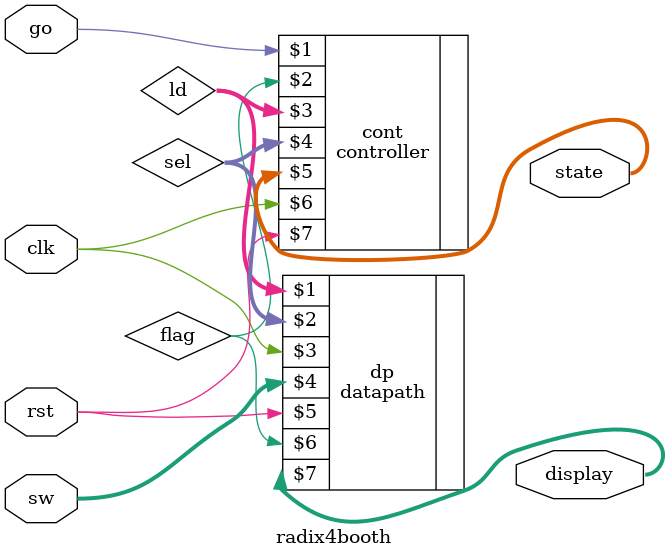
<source format=v>
`timescale 1ns / 1ps
module radix4booth(sw,go,clk,rst,display,state);

input [7:0] sw;
input clk , rst,go;
output [15:0] display;
wire [4:0] ld;
wire [4:0] sel;
wire flag;
output [2:0]state;
datapath dp(ld,sel,clk,sw,rst,flag,display);
controller cont(go,flag,ld,sel,state,clk,rst);

endmodule

</source>
